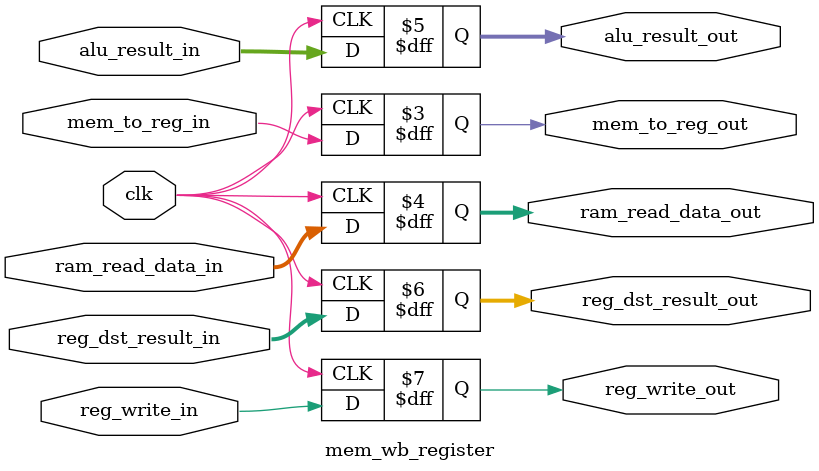
<source format=v>
`timescale 1ns / 1ps

module mem_wb_register(
		clk,
		
		mem_to_reg_in,
		ram_read_data_in,
		alu_result_in,
		reg_dst_result_in,
		reg_write_in,
		
		mem_to_reg_out,
		ram_read_data_out,
		alu_result_out,
		reg_dst_result_out,
		reg_write_out
    );
	 
	input wire clk;
	 
	input wire mem_to_reg_in;
	input wire [15:0] ram_read_data_in;
	input wire [15:0] alu_result_in;
	input wire [2:0] reg_dst_result_in;
	input wire reg_write_in;
	
	output reg mem_to_reg_out;
	output reg [15:0] ram_read_data_out;
	output reg [15:0] alu_result_out;
	output reg [2:0] reg_dst_result_out;
	output reg reg_write_out;
	
	initial begin
		mem_to_reg_out <= 0;
		ram_read_data_out <= 0;
		alu_result_out <= 0;
		reg_dst_result_out <= 0;
		reg_write_out <= 0;
	end
	
	always @(negedge clk) begin
		mem_to_reg_out <= mem_to_reg_in;
		ram_read_data_out <= ram_read_data_in;
		alu_result_out <= alu_result_in;
		reg_dst_result_out <= reg_dst_result_in;
		reg_write_out <= reg_write_in;
	end
endmodule

</source>
